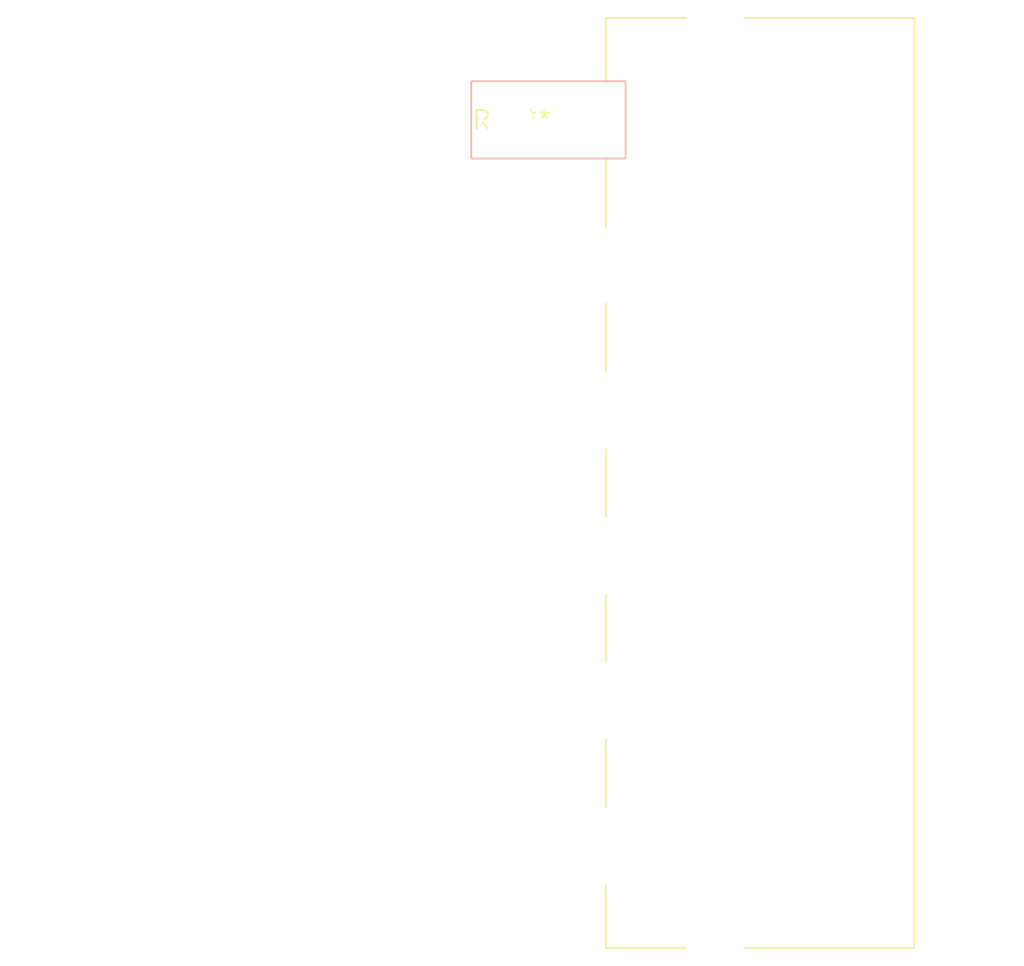
<source format=kicad_pcb>
(kicad_pcb (version 20240108) (generator pcbnew)
  (layers (0 "F.Cu" signal) (31 "B.Cu" signal) (34 "B.Paste" user) (35 "F.Paste" user) (36 "B.SilkS" user "B.Silkscreen") (37 "F.SilkS" user "F.Silkscreen") (38 "B.Mask" user) (39 "F.Mask" user) (44 "Edge.Cuts" user))
  (net 0 "")
  (footprint "Molex_Mini-Fit_Sr_42820-62XX_1x06_P10.00mm_Horizontal_ThermalVias" (layer "F.Cu") (at 0 0)
    (property "Reference" "REF**")
    (property "Value" "Molex_Mini-Fit_Sr_42820-62XX_1x06_P10.00mm_Horizontal_ThermalVias")
    (fp_line (start -2.81 -2.66) (end -2.81 2.66) (layer "B.SilkS") (stroke (width 0.12)))
    (fp_line (start -2.81 2.66) (end 7.81 2.66) (layer "B.SilkS") (stroke (width 0.12)))
    (fp_line (start 7.81 -2.66) (end -2.81 -2.66) (layer "B.SilkS") (stroke (width 0.12)))
    (fp_line (start 7.81 2.66) (end 7.81 -2.66) (layer "B.SilkS") (stroke (width 0.12)))
    (fp_line (start 6.45 -7.02) (end 12 -7.02) (layer "F.SilkS") (stroke (width 0.12)))
    (fp_line (start 6.45 -2.66) (end -2.55 -2.66) (layer "F.SilkS") (stroke (width 0.12)))
    (fp_line (start 6.45 -2.66) (end 6.45 -7.02) (layer "F.SilkS") (stroke (width 0.12)))
    (fp_line (start 6.45 2.66) (end 6.45 7.34) (layer "F.SilkS") (stroke (width 0.12)))
    (fp_line (start 6.45 12.66) (end 6.45 17.34) (layer "F.SilkS") (stroke (width 0.12)))
    (fp_line (start 6.45 22.66) (end 6.45 27.34) (layer "F.SilkS") (stroke (width 0.12)))
    (fp_line (start 6.45 32.66) (end 6.45 37.34) (layer "F.SilkS") (stroke (width 0.12)))
    (fp_line (start 6.45 42.66) (end 6.45 47.34) (layer "F.SilkS") (stroke (width 0.12)))
    (fp_line (start 6.45 52.66) (end 6.45 57.02) (layer "F.SilkS") (stroke (width 0.12)))
    (fp_line (start 6.45 57.02) (end 12 57.02) (layer "F.SilkS") (stroke (width 0.12)))
    (fp_line (start 16 -7.02) (end 27.67 -7.02) (layer "F.SilkS") (stroke (width 0.12)))
    (fp_line (start 16 57.02) (end 27.67 57.02) (layer "F.SilkS") (stroke (width 0.12)))
    (fp_line (start 27.67 -7.02) (end 27.67 25) (layer "F.SilkS") (stroke (width 0.12)))
    (fp_line (start 27.67 57.02) (end 27.67 25) (layer "F.SilkS") (stroke (width 0.12)))
    (pad "" thru_hole circle (at 14 -5.73) (size 4 4) (drill 3) (layers *.Cu *.Mask) (remove_unused_layers))
    (pad "" thru_hole circle (at 14 55.73) (size 4 4) (drill 3) (layers *.Cu *.Mask) (remove_unused_layers))
    (pad "1" thru_hole roundrect (at -2.1 -1.95) (size 0.6 0.6) (drill 0.3) (layers *.Cu *.Mask) (remove_unused_layers))
    (pad "1" thru_hole roundrect (at -2.1 0) (size 0.6 0.6) (drill 0.3) (layers *.Cu *.Mask) (remove_unused_layers))
    (pad "1" thru_hole roundrect (at -2.1 1.95) (size 0.6 0.6) (drill 0.3) (layers *.Cu *.Mask) (remove_unused_layers))
    (pad "1" thru_hole rect (at 0 0) (size 5.1 4.8) (drill 2.8) (layers *.Cu *.Mask) (remove_unused_layers))
    (pad "1" thru_hole roundrect (at 0.2 -1.95) (size 0.6 0.6) (drill 0.3) (layers *.Cu *.Mask) (remove_unused_layers))
    (pad "1" thru_hole roundrect (at 0.2 1.95) (size 0.6 0.6) (drill 0.3) (layers *.Cu *.Mask) (remove_unused_layers))
    (pad "1" thru_hole roundrect (at 2.5 -1.95) (size 0.6 0.6) (drill 0.3) (layers *.Cu *.Mask) (remove_unused_layers))
    (pad "1" thru_hole roundrect (at 2.5 0) (size 0.6 0.6) (drill 0.3) (layers *.Cu *.Mask) (remove_unused_layers))
    (pad "1" thru_hole roundrect (at 2.5 1.95) (size 0.6 0.6) (drill 0.3) (layers *.Cu *.Mask) (remove_unused_layers))
    (pad "1" thru_hole roundrect (at 4.8 -1.95) (size 0.6 0.6) (drill 0.3) (layers *.Cu *.Mask) (remove_unused_layers))
    (pad "1" thru_hole roundrect (at 4.8 1.95) (size 0.6 0.6) (drill 0.3) (layers *.Cu *.Mask) (remove_unused_layers))
    (pad "1" thru_hole rect (at 5 0) (size 5.1 4.8) (drill 2.8) (layers *.Cu *.Mask) (remove_unused_layers))
    (pad "1" thru_hole roundrect (at 7.1 -1.95) (size 0.6 0.6) (drill 0.3) (layers *.Cu *.Mask) (remove_unused_layers))
    (pad "1" thru_hole roundrect (at 7.1 0) (size 0.6 0.6) (drill 0.3) (layers *.Cu *.Mask) (remove_unused_layers))
    (pad "1" thru_hole roundrect (at 7.1 1.95) (size 0.6 0.6) (drill 0.3) (layers *.Cu *.Mask) (remove_unused_layers))
    (pad "2" thru_hole circle (at -2.1 8.05) (size 0.6 0.6) (drill 0.3) (layers *.Cu *.Mask) (remove_unused_layers))
    (pad "2" thru_hole circle (at -2.1 10) (size 0.6 0.6) (drill 0.3) (layers *.Cu *.Mask) (remove_unused_layers))
    (pad "2" thru_hole circle (at -2.1 11.95) (size 0.6 0.6) (drill 0.3) (layers *.Cu *.Mask) (remove_unused_layers))
    (pad "2" thru_hole rect (at 0 10) (size 5.1 4.8) (drill 2.8) (layers *.Cu *.Mask) (remove_unused_layers))
    (pad "2" thru_hole circle (at 0.2 8.05) (size 0.6 0.6) (drill 0.3) (layers *.Cu *.Mask) (remove_unused_layers))
    (pad "2" thru_hole circle (at 0.2 11.95) (size 0.6 0.6) (drill 0.3) (layers *.Cu *.Mask) (remove_unused_layers))
    (pad "2" thru_hole circle (at 2.5 8.05) (size 0.6 0.6) (drill 0.3) (layers *.Cu *.Mask) (remove_unused_layers))
    (pad "2" thru_hole circle (at 2.5 10) (size 0.6 0.6) (drill 0.3) (layers *.Cu *.Mask) (remove_unused_layers))
    (pad "2" thru_hole circle (at 2.5 11.95) (size 0.6 0.6) (drill 0.3) (layers *.Cu *.Mask) (remove_unused_layers))
    (pad "2" thru_hole circle (at 4.8 8.05) (size 0.6 0.6) (drill 0.3) (layers *.Cu *.Mask) (remove_unused_layers))
    (pad "2" thru_hole circle (at 4.8 11.95) (size 0.6 0.6) (drill 0.3) (layers *.Cu *.Mask) (remove_unused_layers))
    (pad "2" thru_hole rect (at 5 10) (size 5.1 4.8) (drill 2.8) (layers *.Cu *.Mask) (remove_unused_layers))
    (pad "2" thru_hole circle (at 7.1 8.05) (size 0.6 0.6) (drill 0.3) (layers *.Cu *.Mask) (remove_unused_layers))
    (pad "2" thru_hole circle (at 7.1 10) (size 0.6 0.6) (drill 0.3) (layers *.Cu *.Mask) (remove_unused_layers))
    (pad "2" thru_hole circle (at 7.1 11.95) (size 0.6 0.6) (drill 0.3) (layers *.Cu *.Mask) (remove_unused_layers))
    (pad "3" thru_hole circle (at -2.1 18.05) (size 0.6 0.6) (drill 0.3) (layers *.Cu *.Mask) (remove_unused_layers))
    (pad "3" thru_hole circle (at -2.1 20) (size 0.6 0.6) (drill 0.3) (layers *.Cu *.Mask) (remove_unused_layers))
    (pad "3" thru_hole circle (at -2.1 21.95) (size 0.6 0.6) (drill 0.3) (layers *.Cu *.Mask) (remove_unused_layers))
    (pad "3" thru_hole rect (at 0 20) (size 5.1 4.8) (drill 2.8) (layers *.Cu *.Mask) (remove_unused_layers))
    (pad "3" thru_hole circle (at 0.2 18.05) (size 0.6 0.6) (drill 0.3) (layers *.Cu *.Mask) (remove_unused_layers))
    (pad "3" thru_hole circle (at 0.2 21.95) (size 0.6 0.6) (drill 0.3) (layers *.Cu *.Mask) (remove_unused_layers))
    (pad "3" thru_hole circle (at 2.5 18.05) (size 0.6 0.6) (drill 0.3) (layers *.Cu *.Mask) (remove_unused_layers))
    (pad "3" thru_hole circle (at 2.5 20) (size 0.6 0.6) (drill 0.3) (layers *.Cu *.Mask) (remove_unused_layers))
    (pad "3" thru_hole circle (at 2.5 21.95) (size 0.6 0.6) (drill 0.3) (layers *.Cu *.Mask) (remove_unused_layers))
    (pad "3" thru_hole circle (at 4.8 18.05) (size 0.6 0.6) (drill 0.3) (layers *.Cu *.Mask) (remove_unused_layers))
    (pad "3" thru_hole circle (at 4.8 21.95) (size 0.6 0.6) (drill 0.3) (layers *.Cu *.Mask) (remove_unused_layers))
    (pad "3" thru_hole rect (at 5 20) (size 5.1 4.8) (drill 2.8) (layers *.Cu *.Mask) (remove_unused_layers))
    (pad "3" thru_hole circle (at 7.1 18.05) (size 0.6 0.6) (drill 0.3) (layers *.Cu *.Mask) (remove_unused_layers))
    (pad "3" thru_hole circle (at 7.1 20) (size 0.6 0.6) (drill 0.3) (layers *.Cu *.Mask) (remove_unused_layers))
    (pad "3" thru_hole circle (at 7.1 21.95) (size 0.6 0.6) (drill 0.3) (layers *.Cu *.Mask) (remove_unused_layers))
    (pad "4" thru_hole circle (at -2.1 28.05) (size 0.6 0.6) (drill 0.3) (layers *.Cu *.Mask) (remove_unused_layers))
    (pad "4" thru_hole circle (at -2.1 30) (size 0.6 0.6) (drill 0.3) (layers *.Cu *.Mask) (remove_unused_layers))
    (pad "4" thru_hole circle (at -2.1 31.95) (size 0.6 0.6) (drill 0.3) (layers *.Cu *.Mask) (remove_unused_layers))
    (pad "4" thru_hole rect (at 0 30) (size 5.1 4.8) (drill 2.8) (layers *.Cu *.Mask) (remove_unused_layers))
    (pad "4" thru_hole circle (at 0.2 28.05) (size 0.6 0.6) (drill 0.3) (layers *.Cu *.Mask) (remove_unused_layers))
    (pad "4" thru_hole circle (at 0.2 31.95) (size 0.6 0.6) (drill 0.3) (layers *.Cu *.Mask) (remove_unused_layers))
    (pad "4" thru_hole circle (at 2.5 28.05) (size 0.6 0.6) (drill 0.3) (layers *.Cu *.Mask) (remove_unused_layers))
    (pad "4" thru_hole circle (at 2.5 30) (size 0.6 0.6) (drill 0.3) (layers *.Cu *.Mask) (remove_unused_layers))
    (pad "4" thru_hole circle (at 2.5 31.95) (size 0.6 0.6) (drill 0.3) (layers *.Cu *.Mask) (remove_unused_layers))
    (pad "4" thru_hole circle (at 4.8 28.05) (size 0.6 0.6) (drill 0.3) (layers *.Cu *.Mask) (remove_unused_layers))
    (pad "4" thru_hole circle (at 4.8 31.95) (size 0.6 0.6) (drill 0.3) (layers *.Cu *.Mask) (remove_unused_layers))
    (pad "4" thru_hole rect (at 5 30) (size 5.1 4.8) (drill 2.8) (layers *.Cu *.Mask) (remove_unused_layers))
    (pad "4" thru_hole circle (at 7.1 28.05) (size 0.6 0.6) (drill 0.3) (layers *.Cu *.Mask) (remove_unused_layers))
    (pad "4" thru_hole circle (at 7.1 30) (size 0.6 0.6) (drill 0.3) (layers *.Cu *.Mask) (remove_unused_layers))
    (pad "4" thru_hole circle (at 7.1 31.95) (size 0.6 0.6) (drill 0.3) (layers *.Cu *.Mask) (remove_unused_layers))
    (pad "5" thru_hole circle (at -2.1 38.05) (size 0.6 0.6) (drill 0.3) (layers *.Cu *.Mask) (remove_unused_layers))
    (pad "5" thru_hole circle (at -2.1 40) (size 0.6 0.6) (drill 0.3) (layers *.Cu *.Mask) (remove_unused_layers))
    (pad "5" thru_hole circle (at -2.1 41.95) (size 0.6 0.6) (drill 0.3) (layers *.Cu *.Mask) (remove_unused_layers))
    (pad "5" thru_hole rect (at 0 40) (size 5.1 4.8) (drill 2.8) (layers *.Cu *.Mask) (remove_unused_layers))
    (pad "5" thru_hole circle (at 0.2 38.05) (size 0.6 0.6) (drill 0.3) (layers *.Cu *.Mask) (remove_unused_layers))
    (pad "5" thru_hole circle (at 0.2 41.95) (size 0.6 0.6) (drill 0.3) (layers *.Cu *.Mask) (remove_unused_layers))
    (pad "5" thru_hole circle (at 2.5 38.05) (size 0.6 0.6) (drill 0.3) (layers *.Cu *.Mask) (remove_unused_layers))
    (pad "5" thru_hole circle (at 2.5 40) (size 0.6 0.6) (drill 0.3) (layers *.Cu *.Mask) (remove_unused_layers))
    (pad "5" thru_hole circle (at 2.5 41.95) (size 0.6 0.6) (drill 0.3) (layers *.Cu *.Mask) (remove_unused_layers))
    (pad "5" thru_hole circle (at 4.8 38.05) (size 0.6 0.6) (drill 0.3) (layers *.Cu *.Mask) (remove_unused_layers))
    (pad "5" thru_hole circle (at 4.8 41.95) (size 0.6 0.6) (drill 0.3) (layers *.Cu *.Mask) (remove_unused_layers))
    (pad "5" thru_hole rect (at 5 40) (size 5.1 4.8) (drill 2.8) (layers *.Cu *.Mask) (remove_unused_layers))
    (pad "5" thru_hole circle (at 7.1 38.05) (size 0.6 0.6) (drill 0.3) (layers *.Cu *.Mask) (remove_unused_layers))
    (pad "5" thru_hole circle (at 7.1 40) (size 0.6 0.6) (drill 0.3) (layers *.Cu *.Mask) (remove_unused_layers))
    (pad "5" thru_hole circle (at 7.1 41.95) (size 0.6 0.6) (drill 0.3) (layers *.Cu *.Mask) (remove_unused_layers))
    (pad "6" thru_hole circle (at -2.1 48.05) (size 0.6 0.6) (drill 0.3) (layers *.Cu *.Mask) (remove_unused_layers))
    (pad "6" thru_hole circle (at -2.1 50) (size 0.6 0.6) (drill 0.3) (layers *.Cu *.Mask) (remove_unused_layers))
    (pad "6" thru_hole circle (at -2.1 51.95) (size 0.6 0.6) (drill 0.3) (layers *.Cu *.Mask) (remove_unused_layers))
    (pad "6" thru_hole rect (at 0 50) (size 5.1 4.8) (drill 2.8) (layers *.Cu *.Mask) (remove_unused_layers))
    (pad "6" thru_hole circle (at 0.2 48.05) (size 0.6 0.6) (drill 0.3) (layers *.Cu *.Mask) (remove_unused_layers))
    (pad "6" thru_hole circle (at 0.2 51.95) (size 0.6 0.6) (drill 0.3) (layers *.Cu *.Mask) (remove_unused_layers))
    (pad "6" thru_hole circle (at 2.5 48.05) (size 0.6 0.6) (drill 0.3) (layers *.Cu *.Mask) (remove_unused_layers))
    (pad "6" thru_hole circle (at 2.5 50) (size 0.6 0.6) (drill 0.3) (layers *.Cu *.Mask) (remove_unused_layers))
    (pad "6" thru_hole circle (at 2.5 51.95) (size 0.6 0.6) (drill 0.3) (layers *.Cu *.Mask) (remove_unused_layers))
    (pad "6" thru_hole circle (at 4.8 48.05) (size 0.6 0.6) (drill 0.3) (layers *.Cu *.Mask) (remove_unused_layers))
    (pad "6" thru_hole circle (at 4.8 51.95) (size 0.6 0.6) (drill 0.3) (layers *.Cu *.Mask) (remove_unused_layers))
    (pad "6" thru_hole rect (at 5 50) (size 5.1 4.8) (drill 2.8) (layers *.Cu *.Mask) (remove_unused_layers))
    (pad "6" thru_hole circle (at 7.1 48.05) (size 0.6 0.6) (drill 0.3) (layers *.Cu *.Mask) (remove_unused_layers))
    (pad "6" thru_hole circle (at 7.1 50) (size 0.6 0.6) (drill 0.3) (layers *.Cu *.Mask) (remove_unused_layers))
    (pad "6" thru_hole circle (at 7.1 51.95) (size 0.6 0.6) (drill 0.3) (layers *.Cu *.Mask) (remove_unused_layers))
  )
)
</source>
